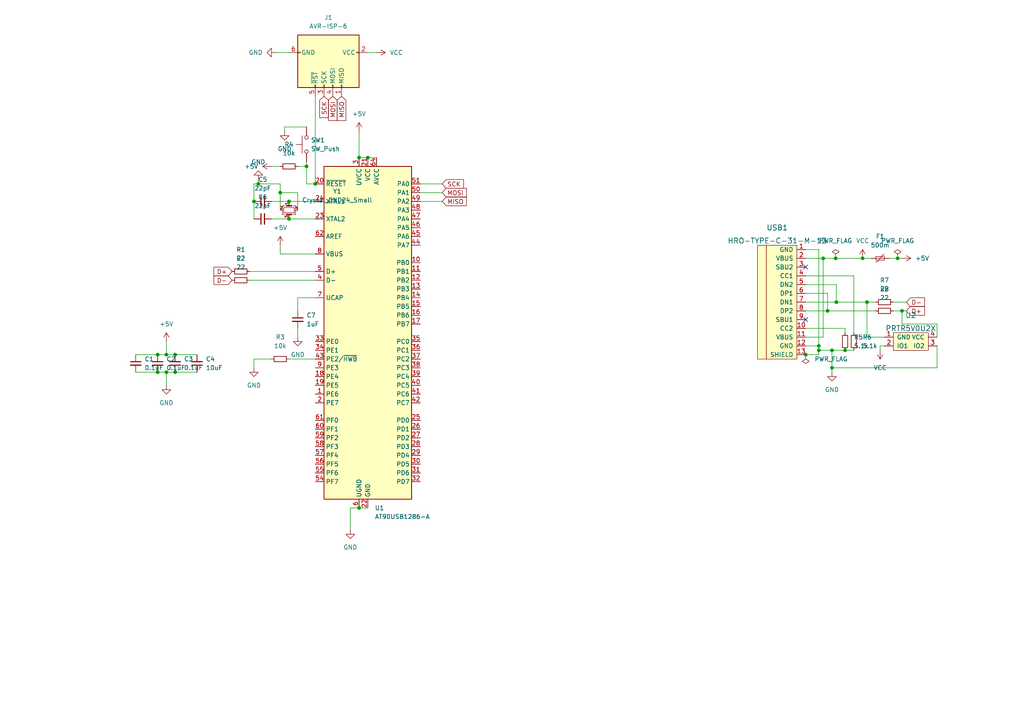
<source format=kicad_sch>
(kicad_sch (version 20211123) (generator eeschema)
  (paper "A4")
  (junction (at 438.15 50.8))
  (junction (at 494.03 67.31))
  (junction (at 237.49 100.33))
  (junction (at 480.06 50.8))
  (junction (at 438.15 67.31))
  (junction (at 260.35 74.93))
  (junction (at 466.09 50.8))
  (junction (at 48.26 107.95))
  (junction (at 373.38 57.15))
  (junction (at 106.68 45.72))
  (junction (at 452.12 50.8))
  (junction (at 74.93 53.34))
  (junction (at 424.18 34.29))
  (junction (at 438.15 34.29))
  (junction (at 240.03 90.17))
  (junction (at 50.8 107.95))
  (junction (at 457.2 57.15))
  (junction (at 452.12 83.82))
  (junction (at 242.57 87.63))
  (junction (at 81.28 55.88))
  (junction (at 45.72 102.87))
  (junction (at 499.11 57.15))
  (junction (at 401.32 57.15))
  (junction (at 410.21 34.29))
  (junction (at 466.09 67.31))
  (junction (at 242.3715 74.93))
  (junction (at 241.3 106.68))
  (junction (at 245.11 101.6))
  (junction (at 480.06 34.29))
  (junction (at 485.14 40.64))
  (junction (at 238.76 74.93))
  (junction (at 387.35 40.64))
  (junction (at 471.17 40.64))
  (junction (at 508 50.8))
  (junction (at 250.19 74.93))
  (junction (at 429.26 40.64))
  (junction (at 513.08 40.64))
  (junction (at 233.68 102.87))
  (junction (at 508 34.29))
  (junction (at 396.24 67.31))
  (junction (at 48.26 102.87))
  (junction (at 494.03 34.29))
  (junction (at 410.21 67.31))
  (junction (at 424.18 67.31))
  (junction (at 237.49 101.6))
  (junction (at 104.14 45.72))
  (junction (at 466.09 34.29))
  (junction (at 452.12 67.31))
  (junction (at 73.66 58.42))
  (junction (at 382.27 50.8))
  (junction (at 457.2 40.64))
  (junction (at 452.12 34.29))
  (junction (at 415.29 40.64))
  (junction (at 104.14 147.32))
  (junction (at 499.11 40.64))
  (junction (at 88.9 48.26))
  (junction (at 83.82 63.5))
  (junction (at 382.27 83.82))
  (junction (at 443.23 40.64))
  (junction (at 480.06 67.31))
  (junction (at 241.3 101.6))
  (junction (at 45.72 107.95))
  (junction (at 387.35 57.15))
  (junction (at 424.18 50.8))
  (junction (at 251.46 87.63))
  (junction (at 494.03 83.82))
  (junction (at 396.24 50.8))
  (junction (at 396.24 83.82))
  (junction (at 382.27 34.29))
  (junction (at 396.24 34.29))
  (junction (at 91.44 53.34))
  (junction (at 410.21 50.8))
  (junction (at 494.03 50.8))
  (junction (at 261.62 90.17))
  (junction (at 50.8 102.87))
  (junction (at 513.08 57.15))
  (junction (at 83.82 58.42))
  (junction (at 373.38 40.64))
  (junction (at 401.32 40.64))
  (junction (at 382.27 67.31))
  (no_connect (at 233.68 77.47))
  (no_connect (at 233.68 92.71))
  (wire (pts (xy 410.21 50.8) (xy 424.18 50.8)))
  (wire (pts (xy 480.06 50.8) (xy 494.03 50.8)))
  (wire (pts (xy 410.21 34.29) (xy 424.18 34.29)))
  (wire (pts (xy 401.32 57.15) (xy 401.32 73.66)))
  (wire (pts (xy 86.36 55.88) (xy 81.28 55.88)))
  (wire (pts (xy 485.14 24.13) (xy 485.14 40.64)))
  (wire (pts (xy 245.11 101.6) (xy 247.65 101.6)))
  (wire (pts (xy 86.36 48.26) (xy 88.9 48.26)))
  (wire (pts (xy 508 34.29) (xy 521.97 34.29)))
  (wire (pts (xy 251.46 87.63) (xy 251.46 97.79)))
  (wire (pts (xy 256.54 100.33) (xy 255.27 100.33)))
  (wire (pts (xy 48.26 99.06) (xy 48.26 102.87)))
  (wire (pts (xy 73.66 58.42) (xy 73.66 63.5)))
  (wire (pts (xy 48.26 111.76) (xy 48.26 107.95)))
  (wire (pts (xy 83.82 104.14) (xy 91.44 104.14)))
  (wire (pts (xy 527.05 24.13) (xy 527.05 40.64)))
  (wire (pts (xy 242.57 87.63) (xy 251.46 87.63)))
  (wire (pts (xy 452.12 83.82) (xy 494.03 83.82)))
  (wire (pts (xy 494.03 50.8) (xy 508 50.8)))
  (wire (pts (xy 438.15 67.31) (xy 452.12 67.31)))
  (wire (pts (xy 50.8 107.95) (xy 48.26 107.95)))
  (wire (pts (xy 457.2 24.13) (xy 457.2 40.64)))
  (wire (pts (xy 424.18 67.31) (xy 438.15 67.31)))
  (wire (pts (xy 260.35 74.93) (xy 261.62 74.93)))
  (wire (pts (xy 237.49 101.6) (xy 241.3 101.6)))
  (wire (pts (xy 513.08 40.64) (xy 513.08 57.15)))
  (wire (pts (xy 251.46 87.63) (xy 254 87.63)))
  (wire (pts (xy 373.38 40.64) (xy 373.38 57.15)))
  (wire (pts (xy 241.3 101.6) (xy 245.11 101.6)))
  (wire (pts (xy 39.37 107.95) (xy 45.72 107.95)))
  (wire (pts (xy 237.49 102.87) (xy 237.49 101.6)))
  (wire (pts (xy 238.76 74.93) (xy 233.68 74.93)))
  (wire (pts (xy 245.11 95.25) (xy 245.11 96.52)))
  (wire (pts (xy 255.27 100.33) (xy 255.27 101.6)))
  (wire (pts (xy 513.08 24.13) (xy 513.08 40.64)))
  (wire (pts (xy 121.92 58.42) (xy 128.27 58.42)))
  (wire (pts (xy 233.68 97.79) (xy 238.76 97.79)))
  (wire (pts (xy 106.68 45.72) (xy 109.22 45.72)))
  (wire (pts (xy 238.76 74.93) (xy 242.3715 74.93)))
  (wire (pts (xy 452.12 67.31) (xy 466.09 67.31)))
  (wire (pts (xy 233.68 72.39) (xy 237.49 72.39)))
  (wire (pts (xy 50.8 102.87) (xy 57.15 102.87)))
  (wire (pts (xy 247.65 80.01) (xy 247.65 96.52)))
  (wire (pts (xy 91.44 86.36) (xy 86.36 86.36)))
  (wire (pts (xy 72.39 78.74) (xy 91.44 78.74)))
  (wire (pts (xy 121.92 55.88) (xy 128.27 55.88)))
  (wire (pts (xy 233.68 85.09) (xy 240.03 85.09)))
  (wire (pts (xy 382.27 50.8) (xy 396.24 50.8)))
  (wire (pts (xy 415.29 24.13) (xy 415.29 40.64)))
  (wire (pts (xy 78.74 58.42) (xy 83.82 58.42)))
  (wire (pts (xy 373.38 24.13) (xy 373.38 40.64)))
  (wire (pts (xy 271.78 93.98) (xy 271.78 97.79)))
  (wire (pts (xy 396.24 34.29) (xy 410.21 34.29)))
  (wire (pts (xy 499.11 57.15) (xy 499.11 73.66)))
  (wire (pts (xy 443.23 40.64) (xy 443.23 57.15)))
  (wire (pts (xy 368.3 67.31) (xy 382.27 67.31)))
  (wire (pts (xy 86.36 60.96) (xy 86.36 55.88)))
  (wire (pts (xy 429.26 24.13) (xy 429.26 40.64)))
  (wire (pts (xy 242.3715 74.93) (xy 250.19 74.93)))
  (wire (pts (xy 452.12 34.29) (xy 466.09 34.29)))
  (wire (pts (xy 233.68 87.63) (xy 242.57 87.63)))
  (wire (pts (xy 45.72 102.87) (xy 48.26 102.87)))
  (wire (pts (xy 233.68 90.17) (xy 240.03 90.17)))
  (wire (pts (xy 240.03 85.09) (xy 240.03 90.17)))
  (wire (pts (xy 237.49 72.39) (xy 237.49 100.33)))
  (wire (pts (xy 233.68 82.55) (xy 242.57 82.55)))
  (wire (pts (xy 387.35 40.64) (xy 387.35 57.15)))
  (wire (pts (xy 78.74 63.5) (xy 83.82 63.5)))
  (wire (pts (xy 237.49 100.33) (xy 233.68 100.33)))
  (wire (pts (xy 485.14 40.64) (xy 485.14 57.15)))
  (wire (pts (xy 499.11 24.13) (xy 499.11 40.64)))
  (wire (pts (xy 424.18 34.29) (xy 438.15 34.29)))
  (wire (pts (xy 74.93 52.07) (xy 74.93 53.34)))
  (wire (pts (xy 233.68 102.87) (xy 237.49 102.87)))
  (wire (pts (xy 104.14 147.32) (xy 106.68 147.32)))
  (wire (pts (xy 233.68 95.25) (xy 245.11 95.25)))
  (wire (pts (xy 45.72 107.95) (xy 48.26 107.95)))
  (wire (pts (xy 104.14 38.1) (xy 104.14 45.72)))
  (wire (pts (xy 438.15 50.8) (xy 452.12 50.8)))
  (wire (pts (xy 57.15 107.95) (xy 50.8 107.95)))
  (wire (pts (xy 257.81 74.93) (xy 260.35 74.93)))
  (wire (pts (xy 387.35 24.13) (xy 387.35 40.64)))
  (wire (pts (xy 73.66 53.34) (xy 74.93 53.34)))
  (wire (pts (xy 81.28 71.12) (xy 81.28 73.66)))
  (wire (pts (xy 410.21 67.31) (xy 424.18 67.31)))
  (wire (pts (xy 480.06 67.31) (xy 494.03 67.31)))
  (wire (pts (xy 499.11 40.64) (xy 499.11 57.15)))
  (wire (pts (xy 39.37 102.87) (xy 45.72 102.87)))
  (wire (pts (xy 494.03 34.29) (xy 508 34.29)))
  (wire (pts (xy 401.32 40.64) (xy 401.32 57.15)))
  (wire (pts (xy 83.82 58.42) (xy 91.44 58.42)))
  (wire (pts (xy 457.2 57.15) (xy 457.2 73.66)))
  (wire (pts (xy 429.26 40.64) (xy 429.26 57.15)))
  (wire (pts (xy 261.62 90.17) (xy 261.62 93.98)))
  (wire (pts (xy 88.9 53.34) (xy 91.44 53.34)))
  (wire (pts (xy 104.14 147.32) (xy 101.6 147.32)))
  (wire (pts (xy 424.18 50.8) (xy 438.15 50.8)))
  (wire (pts (xy 73.66 104.14) (xy 73.66 106.68)))
  (wire (pts (xy 508 50.8) (xy 521.97 50.8)))
  (wire (pts (xy 82.55 36.83) (xy 82.55 38.1)))
  (wire (pts (xy 88.9 36.83) (xy 82.55 36.83)))
  (wire (pts (xy 271.78 100.33) (xy 271.78 106.68)))
  (wire (pts (xy 81.28 53.34) (xy 74.93 53.34)))
  (wire (pts (xy 261.62 90.17) (xy 262.89 90.17)))
  (wire (pts (xy 88.9 46.99) (xy 88.9 48.26)))
  (wire (pts (xy 261.62 93.98) (xy 271.78 93.98)))
  (wire (pts (xy 368.3 50.8) (xy 382.27 50.8)))
  (wire (pts (xy 251.46 97.79) (xy 256.54 97.79)))
  (wire (pts (xy 81.28 55.88) (xy 81.28 60.96)))
  (wire (pts (xy 78.74 48.26) (xy 81.28 48.26)))
  (wire (pts (xy 233.68 80.01) (xy 247.65 80.01)))
  (wire (pts (xy 466.09 34.29) (xy 480.06 34.29)))
  (wire (pts (xy 373.38 57.15) (xy 373.38 73.66)))
  (wire (pts (xy 242.57 82.55) (xy 242.57 87.63)))
  (wire (pts (xy 466.09 50.8) (xy 480.06 50.8)))
  (wire (pts (xy 415.29 40.64) (xy 415.29 57.15)))
  (wire (pts (xy 250.19 74.93) (xy 252.73 74.93)))
  (wire (pts (xy 259.08 87.63) (xy 262.89 87.63)))
  (wire (pts (xy 494.03 83.82) (xy 508 83.82)))
  (wire (pts (xy 387.35 57.15) (xy 387.35 73.66)))
  (wire (pts (xy 471.17 24.13) (xy 471.17 40.64)))
  (wire (pts (xy 91.44 73.66) (xy 81.28 73.66)))
  (wire (pts (xy 368.3 34.29) (xy 382.27 34.29)))
  (wire (pts (xy 238.76 97.79) (xy 238.76 74.93)))
  (wire (pts (xy 106.68 15.24) (xy 109.22 15.24)))
  (wire (pts (xy 438.15 34.29) (xy 452.12 34.29)))
  (wire (pts (xy 382.27 67.31) (xy 396.24 67.31)))
  (wire (pts (xy 382.27 34.29) (xy 396.24 34.29)))
  (wire (pts (xy 101.6 147.32) (xy 101.6 153.67)))
  (wire (pts (xy 241.3 101.6) (xy 241.3 106.68)))
  (wire (pts (xy 240.03 90.17) (xy 254 90.17)))
  (wire (pts (xy 86.36 86.36) (xy 86.36 90.17)))
  (wire (pts (xy 443.23 24.13) (xy 443.23 40.64)))
  (wire (pts (xy 396.24 67.31) (xy 410.21 67.31)))
  (wire (pts (xy 83.82 63.5) (xy 91.44 63.5)))
  (wire (pts (xy 73.66 58.42) (xy 73.66 53.34)))
  (wire (pts (xy 271.78 106.68) (xy 241.3 106.68)))
  (wire (pts (xy 104.14 45.72) (xy 106.68 45.72)))
  (wire (pts (xy 78.74 104.14) (xy 73.66 104.14)))
  (wire (pts (xy 480.06 34.29) (xy 494.03 34.29)))
  (wire (pts (xy 396.24 83.82) (xy 452.12 83.82)))
  (wire (pts (xy 81.28 55.88) (xy 81.28 53.34)))
  (wire (pts (xy 396.24 50.8) (xy 410.21 50.8)))
  (wire (pts (xy 241.3 106.68) (xy 241.3 107.95)))
  (wire (pts (xy 80.01 15.24) (xy 83.82 15.24)))
  (wire (pts (xy 401.32 24.13) (xy 401.32 40.64)))
  (wire (pts (xy 471.17 40.64) (xy 471.17 57.15)))
  (wire (pts (xy 237.49 101.6) (xy 237.49 100.33)))
  (wire (pts (xy 466.09 67.31) (xy 480.06 67.31)))
  (wire (pts (xy 452.12 50.8) (xy 466.09 50.8)))
  (wire (pts (xy 91.44 27.94) (xy 91.44 53.34)))
  (wire (pts (xy 382.27 83.82) (xy 396.24 83.82)))
  (wire (pts (xy 494.03 67.31) (xy 508 67.31)))
  (wire (pts (xy 86.36 95.25) (xy 86.36 97.79)))
  (wire (pts (xy 88.9 48.26) (xy 88.9 53.34)))
  (wire (pts (xy 513.08 57.15) (xy 513.08 73.66)))
  (wire (pts (xy 72.39 81.28) (xy 91.44 81.28)))
  (wire (pts (xy 121.92 53.34) (xy 128.27 53.34)))
  (wire (pts (xy 259.08 90.17) (xy 261.62 90.17)))
  (wire (pts (xy 457.2 40.64) (xy 457.2 57.15)))
  (wire (pts (xy 368.3 83.82) (xy 382.27 83.82)))
  (wire (pts (xy 48.26 102.87) (xy 50.8 102.87)))
  (global_label "MOSI" (shape input) (at 128.27 55.88 0) (property "Intersheet References" "${INTERSHEET_REFS}" (effects hide)))
  (global_label "MISO" (shape input) (at 99.06 27.94 270) (property "Intersheet References" "${INTERSHEET_REFS}" (effects hide)))
  (global_label "MOSI" (shape input) (at 96.52 27.94 270) (property "Intersheet References" "${INTERSHEET_REFS}" (effects hide)))
  (global_label "SCK" (shape input) (at 128.27 53.34 0) (property "Intersheet References" "${INTERSHEET_REFS}" (effects hide)))
  (global_label "MISO" (shape input) (at 128.27 58.42 0) (property "Intersheet References" "${INTERSHEET_REFS}" (effects hide)))
  (global_label "D-" (shape input) (at 262.89 87.63 0) (property "Intersheet References" "${INTERSHEET_REFS}" (effects hide)))
  (global_label "D-" (shape input) (at 67.31 81.28 180) (property "Intersheet References" "${INTERSHEET_REFS}" (effects hide)))
  (global_label "D+" (shape input) (at 262.89 90.17 0) (property "Intersheet References" "${INTERSHEET_REFS}" (effects hide)))
  (global_label "SCK" (shape input) (at 93.98 27.94 270) (property "Intersheet References" "${INTERSHEET_REFS}" (effects hide)))
  (global_label "D+" (shape input) (at 67.31 78.74 180) (property "Intersheet References" "${INTERSHEET_REFS}" (effects hide)))
  (symbol (lib_id "power:GND") (at 48.26 111.76 0) (unit 1)
    (property "Reference" "#PWR0108" (effects hide))
    (property "Value" "GND" (at 48.26 116.84 0))
  )
  (symbol (lib_id "Device:D_Small") (at 494.03 31.75 90) (unit 1)
    (property "Reference" "D_O1" (at 496.57 30.4799 90) (effects (justify right)))
    (property "Value" "D_Small" (at 496.57 33.0199 90) (effects (justify right)))
    (property "Footprint" "Diode_SMD:D_SOD-123" (effects hide))
  )
  (symbol (lib_id "Device:D_Small") (at 368.3 48.26 90) (unit 1)
    (property "Reference" "D_TAB1" (at 370.84 46.9899 90) (effects (justify right)))
    (property "Value" "D_Small" (at 370.84 49.5299 90) (effects (justify right)))
    (property "Footprint" "Diode_SMD:D_SOD-123" (effects hide))
  )
  (symbol (lib_id "MX_Alps_Hybrid:MX-NoLED") (at 397.51 58.42 0) (unit 1)
    (property "Reference" "MX_X1" (at 398.3956 52.07 0) (effects (font (size 1.524 1.524))))
    (property "Value" "MX-NoLED" (at 398.3956 53.34 0) (effects (font (size 0.508 0.508))))
    (property "Footprint" "MX_Alps_Hybrid:MX-1U-NoLED" (effects hide))
  )
  (symbol (lib_id "MX_Alps_Hybrid:MX-NoLED") (at 495.3 74.93 0) (unit 1)
    (property "Reference" "MX_FN1" (at 496.1856 68.58 0) (effects (font (size 1.524 1.524))))
    (property "Value" "MX-NoLED" (at 496.1856 69.85 0) (effects (font (size 0.508 0.508))))
    (property "Footprint" "MX_Alps_Hybrid:MX-1.25U-NoLED" (effects hide))
  )
  (symbol (lib_id "Device:R_Small") (at 256.54 87.63 90) (unit 1)
    (property "Reference" "R7" (at 256.54 81.28 90))
    (property "Value" "22" (at 256.54 83.82 90))
    (property "Footprint" "Resistor_SMD:R_0805_2012Metric_Pad1.20x1.40mm_HandSolder" (effects hide))
  )
  (symbol (lib_id "random-keyboard-parts1:PRTR5V0U2X") (at 264.16 99.06 0) (unit 1)
    (property "Reference" "U2" (at 264.16 91.44 0) (effects (font (size 1.524 1.524))))
    (property "Value" "PRTR5V0U2X" (at 264.16 95.25 0) (effects (font (size 1.524 1.524))))
    (property "Footprint" "random-keyboard-parts:SOT143B" (effects hide))
  )
  (symbol (lib_id "Device:D_Small") (at 368.3 81.28 90) (unit 1)
    (property "Reference" "D_CTRL1" (at 370.84 80.0099 90) (effects (justify right)))
    (property "Value" "D_Small" (at 370.84 82.5499 90) (effects (justify right)))
    (property "Footprint" "Diode_SMD:D_SOD-123" (effects hide))
  )
  (symbol (lib_id "Device:C_Small") (at 86.36 92.71 0) (unit 1)
    (property "Reference" "C7" (at 88.9 91.4462 0) (effects (justify left)))
    (property "Value" "1uF" (at 88.9 93.9862 0) (effects (justify left)))
    (property "Footprint" "Capacitor_SMD:C_0805_2012Metric_Pad1.18x1.45mm_HandSolder" (effects hide))
  )
  (symbol (lib_id "power:GND") (at 80.01 15.24 270) (unit 1)
    (property "Reference" "#PWR0115" (effects hide))
    (property "Value" "GND" (at 76.2 15.2399 90) (effects (justify right)))
  )
  (symbol (lib_id "MX_Alps_Hybrid:MX-NoLED") (at 439.42 41.91 0) (unit 1)
    (property "Reference" "MX_G1" (at 440.3056 35.56 0) (effects (font (size 1.524 1.524))))
    (property "Value" "MX-NoLED" (at 440.3056 36.83 0) (effects (font (size 0.508 0.508))))
    (property "Footprint" "MX_Alps_Hybrid:MX-1U-NoLED" (effects hide))
  )
  (symbol (lib_id "Device:D_Small") (at 382.27 81.28 90) (unit 1)
    (property "Reference" "D_SUPER1" (at 384.81 80.0099 90) (effects (justify right)))
    (property "Value" "D_Small" (at 384.81 82.5499 90) (effects (justify right)))
    (property "Footprint" "Diode_SMD:D_SOD-123" (effects hide))
  )
  (symbol (lib_id "MX_Alps_Hybrid:MX-NoLED") (at 481.33 58.42 0) (unit 1)
    (property "Reference" "MX_(1" (at 482.2156 52.07 0) (effects (font (size 1.524 1.524))))
    (property "Value" "MX-NoLED" (at 482.2156 53.34 0) (effects (font (size 0.508 0.508))))
    (property "Footprint" "MX_Alps_Hybrid:MX-1U-NoLED" (effects hide))
  )
  (symbol (lib_id "Device:D_Small") (at 438.15 64.77 90) (unit 1)
    (property "Reference" "D_B1" (at 440.69 63.4999 90) (effects (justify right)))
    (property "Value" "D_Small" (at 440.69 66.0399 90) (effects (justify right)))
    (property "Footprint" "Diode_SMD:D_SOD-123" (effects hide))
  )
  (symbol (lib_id "Connector:AVR-ISP-6") (at 93.98 17.78 270) (unit 1)
    (property "Reference" "J1" (at 95.25 5.08 90))
    (property "Value" "AVR-ISP-6" (at 95.25 7.62 90))
    (property "Footprint" "random-keyboard-parts:Reset_Pretty-Mask" (effects hide))
    (property "Datasheet" " ~" (effects hide))
  )
  (symbol (lib_id "MX_Alps_Hybrid:MX-NoLED") (at 369.57 58.42 0) (unit 1)
    (property "Reference" "MX_SHIFT1" (at 370.4556 52.07 0) (effects (font (size 1.524 1.524))))
    (property "Value" "MX-NoLED" (at 370.4556 53.34 0) (effects (font (size 0.508 0.508))))
    (property "Footprint" "MX_Alps_Hybrid:MX-1.75U-NoLED" (effects hide))
  )
  (symbol (lib_id "power:+5V") (at 81.28 71.12 0) (unit 1)
    (property "Reference" "#PWR0101" (effects hide))
    (property "Value" "+5V" (at 81.28 66.04 0))
  )
  (symbol (lib_id "MX_Alps_Hybrid:MX-NoLED") (at 509.27 25.4 0) (unit 1)
    (property "Reference" "MX_P1" (at 510.1556 19.05 0) (effects (font (size 1.524 1.524))))
    (property "Value" "MX-NoLED" (at 510.1556 20.32 0) (effects (font (size 0.508 0.508))))
    (property "Footprint" "MX_Alps_Hybrid:MX-1U-NoLED" (effects hide))
  )
  (symbol (lib_id "Device:D_Small") (at 480.06 64.77 90) (unit 1)
    (property "Reference" "D_(1" (at 482.6 63.4999 90) (effects (justify right)))
    (property "Value" "D_Small" (at 482.6 66.0399 90) (effects (justify right)))
    (property "Footprint" "Diode_SMD:D_SOD-123" (effects hide))
  )
  (symbol (lib_id "Device:D_Small") (at 438.15 48.26 90) (unit 1)
    (property "Reference" "D_G1" (at 440.69 46.9899 90) (effects (justify right)))
    (property "Value" "D_Small" (at 440.69 49.5299 90) (effects (justify right)))
    (property "Footprint" "Diode_SMD:D_SOD-123" (effects hide))
  )
  (symbol (lib_id "Device:D_Small") (at 452.12 81.28 90) (unit 1)
    (property "Reference" "D_SPACEBAR1" (at 454.66 80.0099 90) (effects (justify right)))
    (property "Value" "D_Small" (at 454.66 82.5499 90) (effects (justify right)))
    (property "Footprint" "Diode_SMD:D_SOD-123" (effects hide))
  )
  (symbol (lib_id "Device:R_Small") (at 256.54 90.17 270) (unit 1)
    (property "Reference" "R8" (at 256.54 83.82 90))
    (property "Value" "22" (at 256.54 86.36 90))
    (property "Footprint" "Resistor_SMD:R_0805_2012Metric_Pad1.20x1.40mm_HandSolder" (effects hide))
  )
  (symbol (lib_id "MX_Alps_Hybrid:MX-NoLED") (at 523.24 25.4 0) (unit 1)
    (property "Reference" "MX_BACKSPACE1" (at 524.1256 19.05 0) (effects (font (size 1.524 1.524))))
    (property "Value" "MX-NoLED" (at 524.1256 20.32 0) (effects (font (size 0.508 0.508))))
    (property "Footprint" "MX_Alps_Hybrid:MX-1.75U-NoLED" (effects hide))
  )
  (symbol (lib_id "Device:D_Small") (at 438.15 31.75 90) (unit 1)
    (property "Reference" "D_T1" (at 440.69 30.4799 90) (effects (justify right)))
    (property "Value" "D_Small" (at 440.69 33.0199 90) (effects (justify right)))
    (property "Footprint" "Diode_SMD:D_SOD-123" (effects hide))
  )
  (symbol (lib_id "MX_Alps_Hybrid:MX-NoLED") (at 439.42 58.42 0) (unit 1)
    (property "Reference" "MX_B1" (at 440.3056 52.07 0) (effects (font (size 1.524 1.524))))
    (property "Value" "MX-NoLED" (at 440.3056 53.34 0) (effects (font (size 0.508 0.508))))
    (property "Footprint" "MX_Alps_Hybrid:MX-1U-NoLED" (effects hide))
  )
  (symbol (lib_id "power:VCC") (at 255.27 101.6 180) (unit 1)
    (property "Reference" "#PWR0113" (effects hide))
    (property "Value" "VCC" (at 255.27 106.68 0))
  )
  (symbol (lib_id "MX_Alps_Hybrid:MX-NoLED") (at 509.27 58.42 0) (unit 1)
    (property "Reference" "MX_RSHIFT1" (at 510.1556 52.07 0) (effects (font (size 1.524 1.524))))
    (property "Value" "MX-NoLED" (at 510.1556 53.34 0) (effects (font (size 0.508 0.508))))
    (property "Footprint" "MX_Alps_Hybrid:MX-2U-NoLED" (effects hide))
  )
  (symbol (lib_id "MX_Alps_Hybrid:MX-NoLED") (at 467.36 58.42 0) (unit 1)
    (property "Reference" "MX_M1" (at 468.2456 52.07 0) (effects (font (size 1.524 1.524))))
    (property "Value" "MX-NoLED" (at 468.2456 53.34 0) (effects (font (size 0.508 0.508))))
    (property "Footprint" "MX_Alps_Hybrid:MX-1U-NoLED" (effects hide))
  )
  (symbol (lib_id "Device:C_Small") (at 39.37 105.41 0) (unit 1)
    (property "Reference" "C1" (at 41.91 104.1462 0) (effects (justify left)))
    (property "Value" "0.1uF" (at 41.91 106.6862 0) (effects (justify left)))
    (property "Footprint" "Capacitor_SMD:C_0805_2012Metric_Pad1.18x1.45mm_HandSolder" (effects hide))
  )
  (symbol (lib_id "Device:C_Small") (at 45.72 105.41 0) (unit 1)
    (property "Reference" "C2" (at 48.26 104.1462 0) (effects (justify left)))
    (property "Value" "0.1uF" (at 48.26 106.6862 0) (effects (justify left)))
    (property "Footprint" "Capacitor_SMD:C_0805_2012Metric_Pad1.18x1.45mm_HandSolder" (effects hide))
  )
  (symbol (lib_id "Device:D_Small") (at 494.03 48.26 90) (unit 1)
    (property "Reference" "D_L1" (at 496.57 46.9899 90) (effects (justify right)))
    (property "Value" "D_Small" (at 496.57 49.5299 90) (effects (justify right)))
    (property "Footprint" "Diode_SMD:D_SOD-123" (effects hide))
  )
  (symbol (lib_id "MX_Alps_Hybrid:MX-NoLED") (at 467.36 25.4 0) (unit 1)
    (property "Reference" "MX_U1" (at 468.2456 19.05 0) (effects (font (size 1.524 1.524))))
    (property "Value" "MX-NoLED" (at 468.2456 20.32 0) (effects (font (size 0.508 0.508))))
    (property "Footprint" "MX_Alps_Hybrid:MX-1U-NoLED" (effects hide))
  )
  (symbol (lib_id "Device:D_Small") (at 466.09 48.26 90) (unit 1)
    (property "Reference" "D_J1" (at 468.63 46.9899 90) (effects (justify right)))
    (property "Value" "D_Small" (at 468.63 49.5299 90) (effects (justify right)))
    (property "Footprint" "Diode_SMD:D_SOD-123" (effects hide))
  )
  (symbol (lib_id "MX_Alps_Hybrid:MX-NoLED") (at 523.24 41.91 0) (unit 1)
    (property "Reference" "MX_ENTER1" (at 524.1256 35.56 0) (effects (font (size 1.524 1.524))))
    (property "Value" "MX-NoLED" (at 524.1256 36.83 0) (effects (font (size 0.508 0.508))))
    (property "Footprint" "MX_Alps_Hybrid:MX-1.5U-NoLED" (effects hide))
  )
  (symbol (lib_id "Device:D_Small") (at 382.27 48.26 90) (unit 1)
    (property "Reference" "D_A1" (at 384.81 46.9899 90) (effects (justify right)))
    (property "Value" "D_Small" (at 384.81 49.5299 90) (effects (justify right)))
    (property "Footprint" "Diode_SMD:D_SOD-123" (effects hide))
  )
  (symbol (lib_id "MX_Alps_Hybrid:MX-NoLED") (at 481.33 25.4 0) (unit 1)
    (property "Reference" "MX_I1" (at 482.2156 19.05 0) (effects (font (size 1.524 1.524))))
    (property "Value" "MX-NoLED" (at 482.2156 20.32 0) (effects (font (size 0.508 0.508))))
    (property "Footprint" "MX_Alps_Hybrid:MX-1U-NoLED" (effects hide))
  )
  (symbol (lib_id "MX_Alps_Hybrid:MX-NoLED") (at 411.48 41.91 0) (unit 1)
    (property "Reference" "MX_D1" (at 412.3656 35.56 0) (effects (font (size 1.524 1.524))))
    (property "Value" "MX-NoLED" (at 412.3656 36.83 0) (effects (font (size 0.508 0.508))))
    (property "Footprint" "MX_Alps_Hybrid:MX-1U-NoLED" (effects hide))
  )
  (symbol (lib_id "MX_Alps_Hybrid:MX-NoLED") (at 383.54 74.93 0) (unit 1)
    (property "Reference" "MX_SUPER1" (at 384.4256 68.58 0) (effects (font (size 1.524 1.524))))
    (property "Value" "MX-NoLED" (at 384.4256 69.85 0) (effects (font (size 0.508 0.508))))
    (property "Footprint" "MX_Alps_Hybrid:MX-1.25U-NoLED" (effects hide))
  )
  (symbol (lib_id "Device:D_Small") (at 410.21 31.75 90) (unit 1)
    (property "Reference" "D_E1" (at 412.75 30.4799 90) (effects (justify right)))
    (property "Value" "D_Small" (at 412.75 33.0199 90) (effects (justify right)))
    (property "Footprint" "Diode_SMD:D_SOD-123" (effects hide))
  )
  (symbol (lib_id "power:VCC") (at 109.22 15.24 270) (unit 1)
    (property "Reference" "#PWR0116" (effects hide))
    (property "Value" "VCC" (at 113.03 15.2399 90) (effects (justify left)))
  )
  (symbol (lib_id "Device:R_Small") (at 69.85 78.74 270) (unit 1)
    (property "Reference" "R1" (at 69.85 72.39 90))
    (property "Value" "22" (at 69.85 74.93 90))
    (property "Footprint" "Resistor_SMD:R_0805_2012Metric_Pad1.20x1.40mm_HandSolder" (effects hide))
  )
  (symbol (lib_id "Device:D_Small") (at 382.27 31.75 90) (unit 1)
    (property "Reference" "D_Q1" (at 384.81 30.4799 90) (effects (justify right)))
    (property "Value" "D_Small" (at 384.81 33.0199 90) (effects (justify right)))
    (property "Footprint" "Diode_SMD:D_SOD-123" (effects hide))
  )
  (symbol (lib_id "Device:D_Small") (at 424.18 31.75 90) (unit 1)
    (property "Reference" "D_R1" (at 426.72 30.4799 90) (effects (justify right)))
    (property "Value" "D_Small" (at 426.72 33.0199 90) (effects (justify right)))
    (property "Footprint" "Diode_SMD:D_SOD-123" (effects hide))
  )
  (symbol (lib_id "MX_Alps_Hybrid:MX-NoLED") (at 453.39 41.91 0) (unit 1)
    (property "Reference" "MX_H1" (at 454.2756 35.56 0) (effects (font (size 1.524 1.524))))
    (property "Value" "MX-NoLED" (at 454.2756 36.83 0) (effects (font (size 0.508 0.508))))
    (property "Footprint" "MX_Alps_Hybrid:MX-1U-NoLED" (effects hide))
  )
  (symbol (lib_id "Device:R_Small") (at 83.82 48.26 90) (unit 1)
    (property "Reference" "R4" (at 83.82 41.91 90))
    (property "Value" "10k" (at 83.82 44.45 90))
    (property "Footprint" "Resistor_SMD:R_0805_2012Metric_Pad1.20x1.40mm_HandSolder" (effects hide))
  )
  (symbol (lib_id "power:GND") (at 86.36 97.79 0) (unit 1)
    (property "Reference" "#PWR0106" (effects hide))
    (property "Value" "GND" (at 86.36 102.87 0))
  )
  (symbol (lib_id "MX_Alps_Hybrid:MX-NoLED") (at 481.33 41.91 0) (unit 1)
    (property "Reference" "MX_K1" (at 482.2156 35.56 0) (effects (font (size 1.524 1.524))))
    (property "Value" "MX-NoLED" (at 482.2156 36.83 0) (effects (font (size 0.508 0.508))))
    (property "Footprint" "MX_Alps_Hybrid:MX-1U-NoLED" (effects hide))
  )
  (symbol (lib_id "Device:R_Small") (at 69.85 81.28 270) (unit 1)
    (property "Reference" "R2" (at 69.85 74.93 90))
    (property "Value" "22" (at 69.85 77.47 90))
    (property "Footprint" "Resistor_SMD:R_0805_2012Metric_Pad1.20x1.40mm_HandSolder" (effects hide))
  )
  (symbol (lib_id "power:VCC") (at 250.19 74.93 0) (unit 1)
    (property "Reference" "#PWR0112" (effects hide))
    (property "Value" "VCC" (at 250.19 69.85 0))
  )
  (symbol (lib_id "MX_Alps_Hybrid:MX-NoLED") (at 383.54 41.91 0) (unit 1)
    (property "Reference" "MX_A1" (at 384.4256 35.56 0) (effects (font (size 1.524 1.524))))
    (property "Value" "MX-NoLED" (at 384.4256 36.83 0) (effects (font (size 0.508 0.508))))
    (property "Footprint" "MX_Alps_Hybrid:MX-1U-NoLED" (effects hide))
  )
  (symbol (lib_id "Device:R_Small") (at 245.11 99.06 0) (unit 1)
    (property "Reference" "R5" (at 247.65 97.7899 0) (effects (justify left)))
    (property "Value" "5.1k" (at 247.65 100.3299 0) (effects (justify left)))
    (property "Footprint" "Resistor_SMD:R_0805_2012Metric_Pad1.20x1.40mm_HandSolder" (effects hide))
  )
  (symbol (lib_id "power:+5V") (at 104.14 38.1 0) (unit 1)
    (property "Reference" "#PWR0110" (effects hide))
    (property "Value" "+5V" (at 104.14 33.02 0))
  )
  (symbol (lib_id "MX_Alps_Hybrid:MX-NoLED") (at 397.51 25.4 0) (unit 1)
    (property "Reference" "MX_W1" (at 398.3956 19.05 0) (effects (font (size 1.524 1.524))))
    (property "Value" "MX-NoLED" (at 398.3956 20.32 0) (effects (font (size 0.508 0.508))))
    (property "Footprint" "MX_Alps_Hybrid:MX-1U-NoLED" (effects hide))
  )
  (symbol (lib_id "MX_Alps_Hybrid:MX-NoLED") (at 425.45 41.91 0) (unit 1)
    (property "Reference" "MX_F1" (at 426.3356 35.56 0) (effects (font (size 1.524 1.524))))
    (property "Value" "MX-NoLED" (at 426.3356 36.83 0) (effects (font (size 0.508 0.508))))
    (property "Footprint" "MX_Alps_Hybrid:MX-1U-NoLED" (effects hide))
  )
  (symbol (lib_id "Device:D_Small") (at 508 31.75 90) (unit 1)
    (property "Reference" "D_P1" (at 510.54 30.4799 90) (effects (justify right)))
    (property "Value" "D_Small" (at 510.54 33.0199 90) (effects (justify right)))
    (property "Footprint" "Diode_SMD:D_SOD-123" (effects hide))
  )
  (symbol (lib_id "Device:D_Small") (at 508 81.28 90) (unit 1)
    (property "Reference" "D_CAPS1" (at 510.54 80.0099 90) (effects (justify right)))
    (property "Value" "D_Small" (at 510.54 82.5499 90) (effects (justify right)))
    (property "Footprint" "Diode_SMD:D_SOD-123" (effects hide))
  )
  (symbol (lib_id "MCU_Microchip_AVR:AT90USB1286-A") (at 106.68 96.52 0) (unit 1)
    (property "Reference" "U1" (at 108.6994 147.32 0) (effects (justify left)))
    (property "Value" "AT90USB1286-A" (at 108.6994 149.86 0) (effects (justify left)))
    (property "Footprint" "Package_QFP:TQFP-64_14x14mm_P0.8mm" (effects hide))
    (property "Datasheet" "http://ww1.microchip.com/downloads/en/DeviceDoc/doc7593.pdf" (effects hide))
  )
  (symbol (lib_id "Device:C_Small") (at 76.2 58.42 90) (unit 1)
    (property "Reference" "C5" (at 76.2063 52.07 90))
    (property "Value" "22pF" (at 76.2063 54.61 90))
    (property "Footprint" "Capacitor_SMD:C_0805_2012Metric_Pad1.18x1.45mm_HandSolder" (effects hide))
  )
  (symbol (lib_id "MX_Alps_Hybrid:MX-NoLED") (at 425.45 25.4 0) (unit 1)
    (property "Reference" "MX_R1" (at 426.3356 19.05 0) (effects (font (size 1.524 1.524))))
    (property "Value" "MX-NoLED" (at 426.3356 20.32 0) (effects (font (size 0.508 0.508))))
    (property "Footprint" "MX_Alps_Hybrid:MX-1U-NoLED" (effects hide))
  )
  (symbol (lib_id "Device:D_Small") (at 452.12 64.77 90) (unit 1)
    (property "Reference" "D_N1" (at 454.66 63.4999 90) (effects (justify right)))
    (property "Value" "D_Small" (at 454.66 66.0399 90) (effects (justify right)))
    (property "Footprint" "Diode_SMD:D_SOD-123" (effects hide))
  )
  (symbol (lib_id "Device:D_Small") (at 424.18 64.77 90) (unit 1)
    (property "Reference" "D_V1" (at 426.72 63.4999 90) (effects (justify right)))
    (property "Value" "D_Small" (at 426.72 66.0399 90) (effects (justify right)))
    (property "Footprint" "Diode_SMD:D_SOD-123" (effects hide))
  )
  (symbol (lib_id "Device:D_Small") (at 396.24 64.77 90) (unit 1)
    (property "Reference" "D_X1" (at 398.78 63.4999 90) (effects (justify right)))
    (property "Value" "D_Small" (at 398.78 66.0399 90) (effects (justify right)))
    (property "Footprint" "Diode_SMD:D_SOD-123" (effects hide))
  )
  (symbol (lib_id "MX_Alps_Hybrid:MX-NoLED") (at 369.57 74.93 0) (unit 1)
    (property "Reference" "MX_CTRL1" (at 370.4556 68.58 0) (effects (font (size 1.524 1.524))))
    (property "Value" "MX-NoLED" (at 370.4556 69.85 0) (effects (font (size 0.508 0.508))))
    (property "Footprint" "MX_Alps_Hybrid:MX-1.25U-NoLED" (effects hide))
  )
  (symbol (lib_id "Device:D_Small") (at 452.12 31.75 90) (unit 1)
    (property "Reference" "D_Y1" (at 454.66 30.4799 90) (effects (justify right)))
    (property "Value" "D_Small" (at 454.66 33.0199 90) (effects (justify right)))
    (property "Footprint" "Diode_SMD:D_SOD-123" (effects hide))
  )
  (symbol (lib_id "Device:D_Small") (at 521.97 48.26 90) (unit 1)
    (property "Reference" "D2" (at 524.51 46.9899 90) (effects (justify right)))
    (property "Value" "D_Small" (at 524.51 49.5299 90) (effects (justify right)))
    (property "Footprint" "Diode_SMD:D_SOD-123" (effects hide))
  )
  (symbol (lib_id "Device:C_Small") (at 76.2 63.5 90) (unit 1)
    (property "Reference" "C6" (at 76.2063 57.15 90))
    (property "Value" "22pF" (at 76.2063 59.69 90))
    (property "Footprint" "Capacitor_SMD:C_0805_2012Metric_Pad1.18x1.45mm_HandSolder" (effects hide))
  )
  (symbol (lib_id "Device:D_Small") (at 396.24 48.26 90) (unit 1)
    (property "Reference" "D_S1" (at 398.78 46.9899 90) (effects (justify right)))
    (property "Value" "D_Small" (at 398.78 49.5299 90) (effects (justify right)))
    (property "Footprint" "Diode_SMD:D_SOD-123" (effects hide))
  )
  (symbol (lib_id "MX_Alps_Hybrid:MX-NoLED") (at 467.36 41.91 0) (unit 1)
    (property "Reference" "MX_J1" (at 468.2456 35.56 0) (effects (font (size 1.524 1.524))))
    (property "Value" "MX-NoLED" (at 468.2456 36.83 0) (effects (font (size 0.508 0.508))))
    (property "Footprint" "MX_Alps_Hybrid:MX-1U-NoLED" (effects hide))
  )
  (symbol (lib_id "power:+5V") (at 78.74 48.26 90) (unit 1)
    (property "Reference" "#PWR0103" (effects hide))
    (property "Value" "+5V" (at 74.93 48.2599 90) (effects (justify left)))
  )
  (symbol (lib_id "power:PWR_FLAG") (at 242.3715 74.93 0) (unit 1)
    (property "Reference" "#FLG0101" (effects hide))
    (property "Value" "PWR_FLAG" (at 242.3715 69.85 0))
  )
  (symbol (lib_id "Device:D_Small") (at 396.24 31.75 90) (unit 1)
    (property "Reference" "D_W1" (at 398.78 30.4799 90) (effects (justify right)))
    (property "Value" "D_Small" (at 398.78 33.0199 90) (effects (justify right)))
    (property "Footprint" "Diode_SMD:D_SOD-123" (effects hide))
  )
  (symbol (lib_id "power:GND") (at 82.55 38.1 0) (unit 1)
    (property "Reference" "#PWR0104" (effects hide))
    (property "Value" "GND" (at 82.55 43.18 0))
  )
  (symbol (lib_id "MX_Alps_Hybrid:MX-NoLED") (at 369.57 25.4 0) (unit 1)
    (property "Reference" "MX_ESC1" (at 370.4556 19.05 0) (effects (font (size 1.524 1.524))))
    (property "Value" "MX-NoLED" (at 370.4556 20.32 0) (effects (font (size 0.508 0.508))))
    (property "Footprint" "MX_Alps_Hybrid:MX-1U-NoLED" (effects hide))
  )
  (symbol (lib_id "power:GND") (at 74.93 52.07 180) (unit 1)
    (property "Reference" "#PWR0102" (effects hide))
    (property "Value" "GND" (at 74.93 46.99 0))
  )
  (symbol (lib_id "MX_Alps_Hybrid:MX-NoLED") (at 509.27 74.93 0) (unit 1)
    (property "Reference" "MX_CAPS1" (at 510.1556 68.58 0) (effects (font (size 1.524 1.524))))
    (property "Value" "MX-NoLED" (at 510.1556 69.85 0) (effects (font (size 0.508 0.508))))
    (property "Footprint" "MX_Alps_Hybrid:MX-1U-NoLED" (effects hide))
  )
  (symbol (lib_id "Device:D_Small") (at 452.12 48.26 90) (unit 1)
    (property "Reference" "D_H1" (at 454.66 46.9899 90) (effects (justify right)))
    (property "Value" "D_Small" (at 454.66 49.5299 90) (effects (justify right)))
    (property "Footprint" "Diode_SMD:D_SOD-123" (effects hide))
  )
  (symbol (lib_id "Device:D_Small") (at 368.3 64.77 90) (unit 1)
    (property "Reference" "D_SHIFT1" (at 370.84 63.4999 90) (effects (justify right)))
    (property "Value" "D_Small" (at 370.84 66.0399 90) (effects (justify right)))
    (property "Footprint" "Diode_SMD:D_SOD-123" (effects hide))
  )
  (symbol (lib_id "MX_Alps_Hybrid:MX-NoLED") (at 495.3 25.4 0) (unit 1)
    (property "Reference" "MX_O1" (at 496.1856 19.05 0) (effects (font (size 1.524 1.524))))
    (property "Value" "MX-NoLED" (at 496.1856 20.32 0) (effects (font (size 0.508 0.508))))
    (property "Footprint" "MX_Alps_Hybrid:MX-1U-NoLED" (effects hide))
  )
  (symbol (lib_id "Device:Polyfuse_Small") (at 255.27 74.93 90) (unit 1)
    (property "Reference" "F1" (at 255.27 68.58 90))
    (property "Value" "500m" (at 255.27 71.12 90))
    (property "Footprint" "Fuse:Fuse_1206_3216Metric_Pad1.42x1.75mm_HandSolder" (effects hide))
  )
  (symbol (lib_id "power:GND") (at 241.3 107.95 0) (unit 1)
    (property "Reference" "#PWR0114" (effects hide))
    (property "Value" "GND" (at 241.3 113.03 0))
  )
  (symbol (lib_id "Device:D_Small") (at 521.97 31.75 90) (unit 1)
    (property "Reference" "D_BACKSPACE1" (at 524.51 30.4799 90) (effects (justify right)))
    (property "Value" "D_Small" (at 524.51 33.0199 90) (effects (justify right)))
    (property "Footprint" "Diode_SMD:D_SOD-123" (effects hide))
  )
  (symbol (lib_id "Device:C_Small") (at 57.15 105.41 180) (unit 1)
    (property "Reference" "C4" (at 59.69 104.1335 0) (effects (justify right)))
    (property "Value" "10uF" (at 59.69 106.6735 0) (effects (justify right)))
    (property "Footprint" "Capacitor_SMD:C_0805_2012Metric_Pad1.18x1.45mm_HandSolder" (effects hide))
  )
  (symbol (lib_id "Device:D_Small") (at 508 48.26 90) (unit 1)
    (property "Reference" "D1" (at 510.54 46.9899 90) (effects (justify right)))
    (property "Value" "D_Small" (at 510.54 49.5299 90) (effects (justify right)))
    (property "Footprint" "Diode_SMD:D_SOD-123" (effects hide))
  )
  (symbol (lib_id "Device:D_Small") (at 494.03 81.28 90) (unit 1)
    (property "Reference" "D_FN1" (at 496.57 80.0099 90) (effects (justify right)))
    (property "Value" "D_Small" (at 496.57 82.5499 90) (effects (justify right)))
    (property "Footprint" "Diode_SMD:D_SOD-123" (effects hide))
  )
  (symbol (lib_id "Device:D_Small") (at 508 64.77 90) (unit 1)
    (property "Reference" "D_RSHIFT1" (at 510.54 63.4999 90) (effects (justify right)))
    (property "Value" "D_Small" (at 510.54 66.0399 90) (effects (justify right)))
    (property "Footprint" "Diode_SMD:D_SOD-123" (effects hide))
  )
  (symbol (lib_id "Device:D_Small") (at 410.21 48.26 90) (unit 1)
    (property "Reference" "D_D1" (at 412.75 46.9899 90) (effects (justify right)))
    (property "Value" "D_Small" (at 412.75 49.5299 90) (effects (justify right)))
    (property "Footprint" "Diode_SMD:D_SOD-123" (effects hide))
  )
  (symbol (lib_id "MX_Alps_Hybrid:MX-NoLED") (at 397.51 74.93 0) (unit 1)
    (property "Reference" "MX_ALT1" (at 398.3956 68.58 0) (effects (font (size 1.524 1.524))))
    (property "Value" "MX-NoLED" (at 398.3956 69.85 0) (effects (font (size 0.508 0.508))))
    (property "Footprint" "MX_Alps_Hybrid:MX-1.25U-NoLED" (effects hide))
  )
  (symbol (lib_id "power:GND") (at 73.66 106.68 0) (unit 1)
    (property "Reference" "#PWR0107" (effects hide))
    (property "Value" "GND" (at 73.66 111.76 0))
  )
  (symbol (lib_id "Device:D_Small") (at 396.24 81.28 90) (unit 1)
    (property "Reference" "D_ALT1" (at 398.78 80.0099 90) (effects (justify right)))
    (property "Value" "D_Small" (at 398.78 82.5499 90) (effects (justify right)))
    (property "Footprint" "Diode_SMD:D_SOD-123" (effects hide))
  )
  (symbol (lib_id "Device:R_Small") (at 81.28 104.14 270) (unit 1)
    (property "Reference" "R3" (at 81.28 97.79 90))
    (property "Value" "10k" (at 81.28 100.33 90))
    (property "Footprint" "Resistor_SMD:R_0805_2012Metric_Pad1.20x1.40mm_HandSolder" (effects hide))
  )
  (symbol (lib_id "Device:D_Small") (at 466.09 31.75 90) (unit 1)
    (property "Reference" "D_U1" (at 468.63 30.4799 90) (effects (justify right)))
    (property "Value" "D_Small" (at 468.63 33.0199 90) (effects (justify right)))
    (property "Footprint" "Diode_SMD:D_SOD-123" (effects hide))
  )
  (symbol (lib_id "MX_Alps_Hybrid:MX-NoLED") (at 495.3 58.42 0) (unit 1)
    (property "Reference" "MX_)1" (at 496.1856 52.07 0) (effects (font (size 1.524 1.524))))
    (property "Value" "MX-NoLED" (at 496.1856 53.34 0) (effects (font (size 0.508 0.508))))
    (property "Footprint" "MX_Alps_Hybrid:MX-1U-NoLED" (effects hide))
  )
  (symbol (lib_id "Device:C_Small") (at 50.8 105.41 180) (unit 1)
    (property "Reference" "C3" (at 53.34 104.1335 0) (effects (justify right)))
    (property "Value" "0.1uF" (at 53.34 106.6735 0) (effects (justify right)))
    (property "Footprint" "Capacitor_SMD:C_0805_2012Metric_Pad1.18x1.45mm_HandSolder" (effects hide))
  )
  (symbol (lib_id "MX_Alps_Hybrid:MX-NoLED") (at 383.54 58.42 0) (unit 1)
    (property "Reference" "MX_Z1" (at 384.4256 52.07 0) (effects (font (size 1.524 1.524))))
    (property "Value" "MX-NoLED" (at 384.4256 53.34 0) (effects (font (size 0.508 0.508))))
    (property "Footprint" "MX_Alps_Hybrid:MX-1U-NoLED" (effects hide))
  )
  (symbol (lib_id "Device:D_Small") (at 382.27 64.77 90) (unit 1)
    (property "Reference" "D_Z1" (at 384.81 63.4999 90) (effects (justify right)))
    (property "Value" "D_Small" (at 384.81 66.0399 90) (effects (justify right)))
    (property "Footprint" "Diode_SMD:D_SOD-123" (effects hide))
  )
  (symbol (lib_id "MX_Alps_Hybrid:MX-NoLED") (at 495.3 41.91 0) (unit 1)
    (property "Reference" "MX_L1" (at 496.1856 35.56 0) (effects (font (size 1.524 1.524))))
    (property "Value" "MX-NoLED" (at 496.1856 36.83 0) (effects (font (size 0.508 0.508))))
    (property "Footprint" "MX_Alps_Hybrid:MX-1U-NoLED" (effects hide))
  )
  (symbol (lib_id "Device:D_Small") (at 424.18 48.26 90) (unit 1)
    (property "Reference" "D_F1" (at 426.72 46.9899 90) (effects (justify right)))
    (property "Value" "D_Small" (at 426.72 49.5299 90) (effects (justify right)))
    (property "Footprint" "Diode_SMD:D_SOD-123" (effects hide))
  )
  (symbol (lib_id "MX_Alps_Hybrid:MX-NoLED") (at 453.39 58.42 0) (unit 1)
    (property "Reference" "MX_N1" (at 454.2756 52.07 0) (effects (font (size 1.524 1.524))))
    (property "Value" "MX-NoLED" (at 454.2756 53.34 0) (effects (font (size 0.508 0.508))))
    (property "Footprint" "MX_Alps_Hybrid:MX-1U-NoLED" (effects hide))
  )
  (symbol (lib_id "Device:D_Small") (at 410.21 64.77 90) (unit 1)
    (property "Reference" "D_C1" (at 412.75 63.4999 90) (effects (justify right)))
    (property "Value" "D_Small" (at 412.75 66.0399 90) (effects (justify right)))
    (property "Footprint" "Diode_SMD:D_SOD-123" (effects hide))
  )
  (symbol (lib_id "MX_Alps_Hybrid:MX-NoLED") (at 425.45 58.42 0) (unit 1)
    (property "Reference" "MX_V1" (at 426.3356 52.07 0) (effects (font (size 1.524 1.524))))
    (property "Value" "MX-NoLED" (at 426.3356 53.34 0) (effects (font (size 0.508 0.508))))
    (property "Footprint" "MX_Alps_Hybrid:MX-1U-NoLED" (effects hide))
  )
  (symbol (lib_id "power:+5V") (at 261.62 74.93 270) (unit 1)
    (property "Reference" "#PWR0111" (effects hide))
    (property "Value" "+5V" (at 265.43 74.9299 90) (effects (justify left)))
  )
  (symbol (lib_id "Device:D_Small") (at 480.06 48.26 90) (unit 1)
    (property "Reference" "D_K1" (at 482.6 46.9899 90) (effects (justify right)))
    (property "Value" "D_Small" (at 482.6 49.5299 90) (effects (justify right)))
    (property "Footprint" "Diode_SMD:D_SOD-123" (effects hide))
  )
  (symbol (lib_id "Device:D_Small") (at 368.3 31.75 90) (unit 1)
    (property "Reference" "D_ESC1" (at 370.84 30.4799 90) (effects (justify right)))
    (property "Value" "D_Small" (at 370.84 33.0199 90) (effects (justify right)))
    (property "Footprint" "Diode_SMD:D_SOD-123" (effects hide))
  )
  (symbol (lib_id "MX_Alps_Hybrid:MX-NoLED") (at 509.27 41.91 0) (unit 1)
    (property "Reference" "MX_1" (at 510.1556 35.56 0) (effects (font (size 1.524 1.524))))
    (property "Value" "MX-NoLED" (at 510.1556 36.83 0) (effects (font (size 0.508 0.508))))
    (property "Footprint" "MX_Alps_Hybrid:MX-1U-NoLED" (effects hide))
  )
  (symbol (lib_id "MX_Alps_Hybrid:MX-NoLED") (at 439.42 25.4 0) (unit 1)
    (property "Reference" "MX_T1" (at 440.3056 19.05 0) (effects (font (size 1.524 1.524))))
    (property "Value" "MX-NoLED" (at 440.3056 20.32 0) (effects (font (size 0.508 0.508))))
    (property "Footprint" "MX_Alps_Hybrid:MX-1U-NoLED" (effects hide))
  )
  (symbol (lib_id "Device:D_Small") (at 480.06 31.75 90) (unit 1)
    (property "Reference" "D_I1" (at 482.6 30.4799 90) (effects (justify right)))
    (property "Value" "D_Small" (at 482.6 33.0199 90) (effects (justify right)))
    (property "Footprint" "Diode_SMD:D_SOD-123" (effects hide))
  )
  (symbol (lib_id "MX_Alps_Hybrid:MX-NoLED") (at 411.48 25.4 0) (unit 1)
    (property "Reference" "MX_E1" (at 412.3656 19.05 0) (effects (font (size 1.524 1.524))))
    (property "Value" "MX-NoLED" (at 412.3656 20.32 0) (effects (font (size 0.508 0.508))))
    (property "Footprint" "MX_Alps_Hybrid:MX-1U-NoLED" (effects hide))
  )
  (symbol (lib_id "Switch:SW_Push") (at 88.9 41.91 90) (unit 1)
    (property "Reference" "SW1" (at 90.17 40.6399 90) (effects (justify right)))
    (property "Value" "SW_Push" (at 90.17 43.1799 90) (effects (justify right)))
    (property "Footprint" "random-keyboard-parts:SKQG-1155865" (effects hide))
  )
  (symbol (lib_id "power:PWR_FLAG") (at 260.35 74.93 0) (unit 1)
    (property "Reference" "#FLG0103" (effects hide))
    (property "Value" "PWR_FLAG" (at 260.35 69.85 0))
  )
  (symbol (lib_id "power:+5V") (at 48.26 99.06 0) (unit 1)
    (property "Reference" "#PWR0109" (effects hide))
    (property "Value" "+5V" (at 48.26 93.98 0))
  )
  (symbol (lib_id "Device:D_Small") (at 466.09 64.77 90) (unit 1)
    (property "Reference" "D_M1" (at 468.63 63.4999 90) (effects (justify right)))
    (property "Value" "D_Small" (at 468.63 66.0399 90) (effects (justify right)))
    (property "Footprint" "Diode_SMD:D_SOD-123" (effects hide))
  )
  (symbol (lib_id "MX_Alps_Hybrid:MX-NoLED") (at 369.57 41.91 0) (unit 1)
    (property "Reference" "MX_TAB1" (at 370.4556 35.56 0) (effects (font (size 1.524 1.524))))
    (property "Value" "MX-NoLED" (at 370.4556 36.83 0) (effects (font (size 0.508 0.508))))
    (property "Footprint" "MX_Alps_Hybrid:MX-1.25U-NoLED" (effects hide))
  )
  (symbol (lib_id "MX_Alps_Hybrid:MX-NoLED") (at 453.39 25.4 0) (unit 1)
    (property "Reference" "MX_Y1" (at 454.2756 19.05 0) (effects (font (size 1.524 1.524))))
    (property "Value" "MX-NoLED" (at 454.2756 20.32 0) (effects (font (size 0.508 0.508))))
    (property "Footprint" "MX_Alps_Hybrid:MX-1U-NoLED" (effects hide))
  )
  (symbol (lib_id "MX_Alps_Hybrid:MX-NoLED") (at 383.54 25.4 0) (unit 1)
    (property "Reference" "MX_Q1" (at 384.4256 19.05 0) (effects (font (size 1.524 1.524))))
    (property "Value" "MX-NoLED" (at 384.4256 20.32 0) (effects (font (size 0.508 0.508))))
    (property "Footprint" "MX_Alps_Hybrid:MX-1U-NoLED" (effects hide))
  )
  (symbol (lib_id "Type-C:HRO-TYPE-C-31-M-12") (at 231.14 86.36 0) (unit 1)
    (property "Reference" "USB1" (at 225.425 66.04 0) (effects (font (size 1.524 1.524))))
    (property "Value" "HRO-TYPE-C-31-M-12" (at 225.425 69.85 0) (effects (font (size 1.524 1.524))))
    (property "Footprint" "Type-C:HRO-TYPE-C-31-M-12-HandSoldering" (effects hide))
  )
  (symbol (lib_id "Device:D_Small") (at 494.03 64.77 90) (unit 1)
    (property "Reference" "D_)1" (at 496.57 63.4999 90) (effects (justify right)))
    (property "Value" "D_Small" (at 496.57 66.0399 90) (effects (justify right)))
    (property "Footprint" "Diode_SMD:D_SOD-123" (effects hide))
  )
  (symbol (lib_id "MX_Alps_Hybrid:MX-NoLED") (at 397.51 41.91 0) (unit 1)
    (property "Reference" "MX_S1" (at 398.3956 35.56 0) (effects (font (size 1.524 1.524))))
    (property "Value" "MX-NoLED" (at 398.3956 36.83 0) (effects (font (size 0.508 0.508))))
    (property "Footprint" "MX_Alps_Hybrid:MX-1U-NoLED" (effects hide))
  )
  (symbol (lib_id "Device:R_Small") (at 247.65 99.06 0) (unit 1)
    (property "Reference" "R6" (at 250.19 97.7899 0) (effects (justify left)))
    (property "Value" "5.1k" (at 250.19 100.3299 0) (effects (justify left)))
    (property "Footprint" "Resistor_SMD:R_0805_2012Metric_Pad1.20x1.40mm_HandSolder" (effects hide))
  )
  (symbol (lib_id "Device:Crystal_GND24_Small") (at 83.82 60.96 270) (unit 1)
    (property "Reference" "Y1" (at 97.79 55.4988 90))
    (property "Value" "Crystal_GND24_Small" (at 97.79 58.0388 90))
    (property "Footprint" "Crystal:Crystal_SMD_3225-4Pin_3.2x2.5mm_HandSoldering" (effects hide))
  )
  (symbol (lib_id "MX_Alps_Hybrid:MX-NoLED") (at 411.48 58.42 0) (unit 1)
    (property "Reference" "MX_C1" (at 412.3656 52.07 0) (effects (font (size 1.524 1.524))))
    (property "Value" "MX-NoLED" (at 412.3656 53.34 0) (effects (font (size 0.508 0.508))))
    (property "Footprint" "MX_Alps_Hybrid:MX-1U-NoLED" (effects hide))
  )
  (symbol (lib_id "MX_Alps_Hybrid:MX-NoLED") (at 453.39 74.93 0) (unit 1)
    (property "Reference" "MX_SPACEBAR1" (at 454.2756 68.58 0) (effects (font (size 1.524 1.524))))
    (property "Value" "MX-NoLED" (at 454.2756 69.85 0) (effects (font (size 0.508 0.508))))
    (property "Footprint" "MX_Alps_Hybrid:MX-6.5U-NoLED" (effects hide))
  )
  (symbol (lib_id "power:GND") (at 101.6 153.67 0) (unit 1)
    (property "Reference" "#PWR0105" (effects hide))
    (property "Value" "GND" (at 101.6 158.75 0))
  )
  (symbol (lib_id "power:PWR_FLAG") (at 233.68 102.87 180) (unit 1)
    (property "Reference" "#FLG0102" (effects hide))
    (property "Value" "PWR_FLAG" (at 236.22 104.1399 0) (effects (justify right)))
  )
)
</source>
